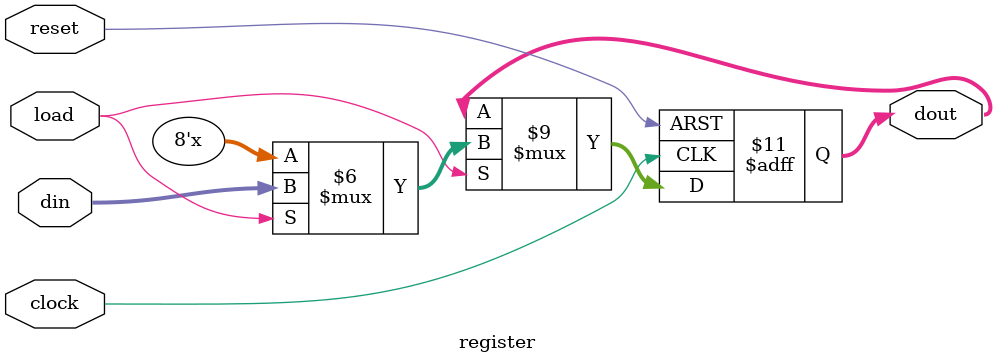
<source format=v>
`timescale 1ns / 1ps

module register( din, load, clock, reset, dout );
  input [7:0] din;
  input load, clock, reset;
  output [7:0] dout;
  reg [7:0] dout;

  always @( posedge clock or negedge reset )
  begin
    if ( reset == 1'b0 )
      dout <= 1'b0;
    else if ( load == 1'b0 )
      // hold
      dout <= dout;
    else if ( load == 1'b1 )
      // load
      dout <= din;
    else
      dout <= 8'hxx;
  end
endmodule

</source>
